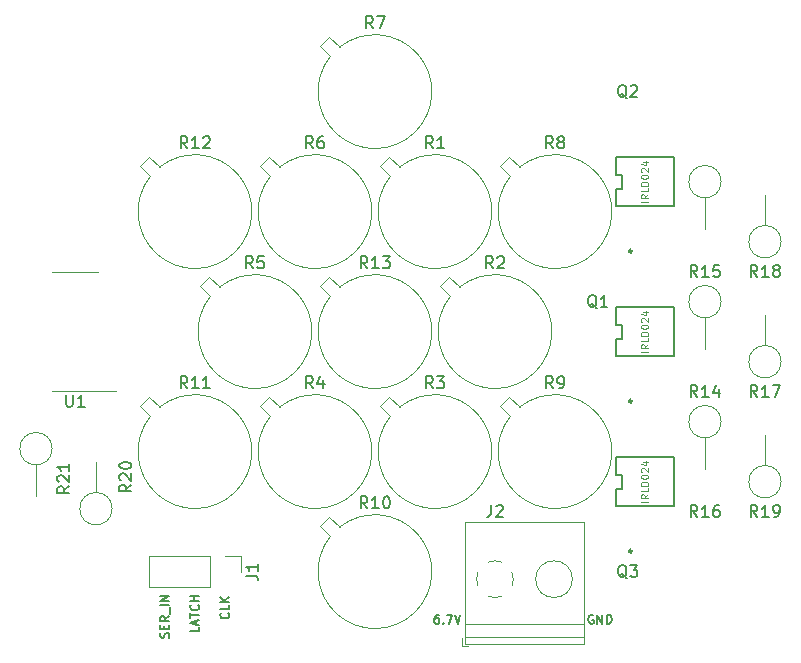
<source format=gbr>
%TF.GenerationSoftware,KiCad,Pcbnew,(6.0.5)*%
%TF.CreationDate,2022-05-16T17:43:26-07:00*%
%TF.ProjectId,hawkeye_driver,6861776b-6579-4655-9f64-72697665722e,A*%
%TF.SameCoordinates,Original*%
%TF.FileFunction,Legend,Top*%
%TF.FilePolarity,Positive*%
%FSLAX46Y46*%
G04 Gerber Fmt 4.6, Leading zero omitted, Abs format (unit mm)*
G04 Created by KiCad (PCBNEW (6.0.5)) date 2022-05-16 17:43:26*
%MOMM*%
%LPD*%
G01*
G04 APERTURE LIST*
%ADD10C,0.187500*%
%ADD11C,0.150000*%
%ADD12C,0.125000*%
%ADD13C,0.120000*%
%ADD14C,0.250000*%
G04 APERTURE END LIST*
D10*
X124799285Y-116458857D02*
X124799285Y-116816000D01*
X124049285Y-116816000D01*
X124585000Y-116244571D02*
X124585000Y-115887428D01*
X124799285Y-116316000D02*
X124049285Y-116066000D01*
X124799285Y-115816000D01*
X124049285Y-115673142D02*
X124049285Y-115244571D01*
X124799285Y-115458857D02*
X124049285Y-115458857D01*
X124727857Y-114566000D02*
X124763571Y-114601714D01*
X124799285Y-114708857D01*
X124799285Y-114780285D01*
X124763571Y-114887428D01*
X124692142Y-114958857D01*
X124620714Y-114994571D01*
X124477857Y-115030285D01*
X124370714Y-115030285D01*
X124227857Y-114994571D01*
X124156428Y-114958857D01*
X124085000Y-114887428D01*
X124049285Y-114780285D01*
X124049285Y-114708857D01*
X124085000Y-114601714D01*
X124120714Y-114566000D01*
X124799285Y-114244571D02*
X124049285Y-114244571D01*
X124406428Y-114244571D02*
X124406428Y-113816000D01*
X124799285Y-113816000D02*
X124049285Y-113816000D01*
X122223571Y-117355714D02*
X122259285Y-117248571D01*
X122259285Y-117070000D01*
X122223571Y-116998571D01*
X122187857Y-116962857D01*
X122116428Y-116927142D01*
X122045000Y-116927142D01*
X121973571Y-116962857D01*
X121937857Y-116998571D01*
X121902142Y-117070000D01*
X121866428Y-117212857D01*
X121830714Y-117284285D01*
X121795000Y-117320000D01*
X121723571Y-117355714D01*
X121652142Y-117355714D01*
X121580714Y-117320000D01*
X121545000Y-117284285D01*
X121509285Y-117212857D01*
X121509285Y-117034285D01*
X121545000Y-116927142D01*
X121866428Y-116605714D02*
X121866428Y-116355714D01*
X122259285Y-116248571D02*
X122259285Y-116605714D01*
X121509285Y-116605714D01*
X121509285Y-116248571D01*
X122259285Y-115498571D02*
X121902142Y-115748571D01*
X122259285Y-115927142D02*
X121509285Y-115927142D01*
X121509285Y-115641428D01*
X121545000Y-115570000D01*
X121580714Y-115534285D01*
X121652142Y-115498571D01*
X121759285Y-115498571D01*
X121830714Y-115534285D01*
X121866428Y-115570000D01*
X121902142Y-115641428D01*
X121902142Y-115927142D01*
X122330714Y-115355714D02*
X122330714Y-114784285D01*
X122259285Y-114605714D02*
X121509285Y-114605714D01*
X122259285Y-114248571D02*
X121509285Y-114248571D01*
X122259285Y-113820000D01*
X121509285Y-113820000D01*
X145081714Y-115413285D02*
X144938857Y-115413285D01*
X144867428Y-115449000D01*
X144831714Y-115484714D01*
X144760285Y-115591857D01*
X144724571Y-115734714D01*
X144724571Y-116020428D01*
X144760285Y-116091857D01*
X144796000Y-116127571D01*
X144867428Y-116163285D01*
X145010285Y-116163285D01*
X145081714Y-116127571D01*
X145117428Y-116091857D01*
X145153142Y-116020428D01*
X145153142Y-115841857D01*
X145117428Y-115770428D01*
X145081714Y-115734714D01*
X145010285Y-115699000D01*
X144867428Y-115699000D01*
X144796000Y-115734714D01*
X144760285Y-115770428D01*
X144724571Y-115841857D01*
X145474571Y-116091857D02*
X145510285Y-116127571D01*
X145474571Y-116163285D01*
X145438857Y-116127571D01*
X145474571Y-116091857D01*
X145474571Y-116163285D01*
X145760285Y-115413285D02*
X146260285Y-115413285D01*
X145938857Y-116163285D01*
X146438857Y-115413285D02*
X146688857Y-116163285D01*
X146938857Y-115413285D01*
X127267857Y-115254428D02*
X127303571Y-115290142D01*
X127339285Y-115397285D01*
X127339285Y-115468714D01*
X127303571Y-115575857D01*
X127232142Y-115647285D01*
X127160714Y-115683000D01*
X127017857Y-115718714D01*
X126910714Y-115718714D01*
X126767857Y-115683000D01*
X126696428Y-115647285D01*
X126625000Y-115575857D01*
X126589285Y-115468714D01*
X126589285Y-115397285D01*
X126625000Y-115290142D01*
X126660714Y-115254428D01*
X127339285Y-114575857D02*
X127339285Y-114933000D01*
X126589285Y-114933000D01*
X127339285Y-114325857D02*
X126589285Y-114325857D01*
X127339285Y-113897285D02*
X126910714Y-114218714D01*
X126589285Y-113897285D02*
X127017857Y-114325857D01*
X158178571Y-115449000D02*
X158107142Y-115413285D01*
X158000000Y-115413285D01*
X157892857Y-115449000D01*
X157821428Y-115520428D01*
X157785714Y-115591857D01*
X157750000Y-115734714D01*
X157750000Y-115841857D01*
X157785714Y-115984714D01*
X157821428Y-116056142D01*
X157892857Y-116127571D01*
X158000000Y-116163285D01*
X158071428Y-116163285D01*
X158178571Y-116127571D01*
X158214285Y-116091857D01*
X158214285Y-115841857D01*
X158071428Y-115841857D01*
X158535714Y-116163285D02*
X158535714Y-115413285D01*
X158964285Y-116163285D01*
X158964285Y-115413285D01*
X159321428Y-116163285D02*
X159321428Y-115413285D01*
X159500000Y-115413285D01*
X159607142Y-115449000D01*
X159678571Y-115520428D01*
X159714285Y-115591857D01*
X159750000Y-115734714D01*
X159750000Y-115841857D01*
X159714285Y-115984714D01*
X159678571Y-116056142D01*
X159607142Y-116127571D01*
X159500000Y-116163285D01*
X159321428Y-116163285D01*
D11*
%TO.C,R17*%
X172077142Y-96972380D02*
X171743809Y-96496190D01*
X171505714Y-96972380D02*
X171505714Y-95972380D01*
X171886666Y-95972380D01*
X171981904Y-96020000D01*
X172029523Y-96067619D01*
X172077142Y-96162857D01*
X172077142Y-96305714D01*
X172029523Y-96400952D01*
X171981904Y-96448571D01*
X171886666Y-96496190D01*
X171505714Y-96496190D01*
X173029523Y-96972380D02*
X172458095Y-96972380D01*
X172743809Y-96972380D02*
X172743809Y-95972380D01*
X172648571Y-96115238D01*
X172553333Y-96210476D01*
X172458095Y-96258095D01*
X173362857Y-95972380D02*
X174029523Y-95972380D01*
X173600952Y-96972380D01*
%TO.C,U1*%
X113538095Y-96792380D02*
X113538095Y-97601904D01*
X113585714Y-97697142D01*
X113633333Y-97744761D01*
X113728571Y-97792380D01*
X113919047Y-97792380D01*
X114014285Y-97744761D01*
X114061904Y-97697142D01*
X114109523Y-97601904D01*
X114109523Y-96792380D01*
X115109523Y-97792380D02*
X114538095Y-97792380D01*
X114823809Y-97792380D02*
X114823809Y-96792380D01*
X114728571Y-96935238D01*
X114633333Y-97030476D01*
X114538095Y-97078095D01*
%TO.C,R14*%
X166997142Y-96972380D02*
X166663809Y-96496190D01*
X166425714Y-96972380D02*
X166425714Y-95972380D01*
X166806666Y-95972380D01*
X166901904Y-96020000D01*
X166949523Y-96067619D01*
X166997142Y-96162857D01*
X166997142Y-96305714D01*
X166949523Y-96400952D01*
X166901904Y-96448571D01*
X166806666Y-96496190D01*
X166425714Y-96496190D01*
X167949523Y-96972380D02*
X167378095Y-96972380D01*
X167663809Y-96972380D02*
X167663809Y-95972380D01*
X167568571Y-96115238D01*
X167473333Y-96210476D01*
X167378095Y-96258095D01*
X168806666Y-96305714D02*
X168806666Y-96972380D01*
X168568571Y-95924761D02*
X168330476Y-96639047D01*
X168949523Y-96639047D01*
%TO.C,R4*%
X134453333Y-96232380D02*
X134120000Y-95756190D01*
X133881904Y-96232380D02*
X133881904Y-95232380D01*
X134262857Y-95232380D01*
X134358095Y-95280000D01*
X134405714Y-95327619D01*
X134453333Y-95422857D01*
X134453333Y-95565714D01*
X134405714Y-95660952D01*
X134358095Y-95708571D01*
X134262857Y-95756190D01*
X133881904Y-95756190D01*
X135310476Y-95565714D02*
X135310476Y-96232380D01*
X135072380Y-95184761D02*
X134834285Y-95899047D01*
X135453333Y-95899047D01*
%TO.C,R2*%
X149693333Y-86072380D02*
X149360000Y-85596190D01*
X149121904Y-86072380D02*
X149121904Y-85072380D01*
X149502857Y-85072380D01*
X149598095Y-85120000D01*
X149645714Y-85167619D01*
X149693333Y-85262857D01*
X149693333Y-85405714D01*
X149645714Y-85500952D01*
X149598095Y-85548571D01*
X149502857Y-85596190D01*
X149121904Y-85596190D01*
X150074285Y-85167619D02*
X150121904Y-85120000D01*
X150217142Y-85072380D01*
X150455238Y-85072380D01*
X150550476Y-85120000D01*
X150598095Y-85167619D01*
X150645714Y-85262857D01*
X150645714Y-85358095D01*
X150598095Y-85500952D01*
X150026666Y-86072380D01*
X150645714Y-86072380D01*
%TO.C,R18*%
X172077142Y-86812380D02*
X171743809Y-86336190D01*
X171505714Y-86812380D02*
X171505714Y-85812380D01*
X171886666Y-85812380D01*
X171981904Y-85860000D01*
X172029523Y-85907619D01*
X172077142Y-86002857D01*
X172077142Y-86145714D01*
X172029523Y-86240952D01*
X171981904Y-86288571D01*
X171886666Y-86336190D01*
X171505714Y-86336190D01*
X173029523Y-86812380D02*
X172458095Y-86812380D01*
X172743809Y-86812380D02*
X172743809Y-85812380D01*
X172648571Y-85955238D01*
X172553333Y-86050476D01*
X172458095Y-86098095D01*
X173600952Y-86240952D02*
X173505714Y-86193333D01*
X173458095Y-86145714D01*
X173410476Y-86050476D01*
X173410476Y-86002857D01*
X173458095Y-85907619D01*
X173505714Y-85860000D01*
X173600952Y-85812380D01*
X173791428Y-85812380D01*
X173886666Y-85860000D01*
X173934285Y-85907619D01*
X173981904Y-86002857D01*
X173981904Y-86050476D01*
X173934285Y-86145714D01*
X173886666Y-86193333D01*
X173791428Y-86240952D01*
X173600952Y-86240952D01*
X173505714Y-86288571D01*
X173458095Y-86336190D01*
X173410476Y-86431428D01*
X173410476Y-86621904D01*
X173458095Y-86717142D01*
X173505714Y-86764761D01*
X173600952Y-86812380D01*
X173791428Y-86812380D01*
X173886666Y-86764761D01*
X173934285Y-86717142D01*
X173981904Y-86621904D01*
X173981904Y-86431428D01*
X173934285Y-86336190D01*
X173886666Y-86288571D01*
X173791428Y-86240952D01*
%TO.C,Q3*%
X161022261Y-112307619D02*
X160927023Y-112260000D01*
X160831785Y-112164761D01*
X160688928Y-112021904D01*
X160593690Y-111974285D01*
X160498452Y-111974285D01*
X160546071Y-112212380D02*
X160450833Y-112164761D01*
X160355595Y-112069523D01*
X160307976Y-111879047D01*
X160307976Y-111545714D01*
X160355595Y-111355238D01*
X160450833Y-111260000D01*
X160546071Y-111212380D01*
X160736547Y-111212380D01*
X160831785Y-111260000D01*
X160927023Y-111355238D01*
X160974642Y-111545714D01*
X160974642Y-111879047D01*
X160927023Y-112069523D01*
X160831785Y-112164761D01*
X160736547Y-112212380D01*
X160546071Y-112212380D01*
X161307976Y-111212380D02*
X161927023Y-111212380D01*
X161593690Y-111593333D01*
X161736547Y-111593333D01*
X161831785Y-111640952D01*
X161879404Y-111688571D01*
X161927023Y-111783809D01*
X161927023Y-112021904D01*
X161879404Y-112117142D01*
X161831785Y-112164761D01*
X161736547Y-112212380D01*
X161450833Y-112212380D01*
X161355595Y-112164761D01*
X161307976Y-112117142D01*
D12*
X162831428Y-105840000D02*
X162231428Y-105840000D01*
X162831428Y-105211428D02*
X162545714Y-105411428D01*
X162831428Y-105554285D02*
X162231428Y-105554285D01*
X162231428Y-105325714D01*
X162260000Y-105268571D01*
X162288571Y-105240000D01*
X162345714Y-105211428D01*
X162431428Y-105211428D01*
X162488571Y-105240000D01*
X162517142Y-105268571D01*
X162545714Y-105325714D01*
X162545714Y-105554285D01*
X162831428Y-104668571D02*
X162831428Y-104954285D01*
X162231428Y-104954285D01*
X162831428Y-104468571D02*
X162231428Y-104468571D01*
X162231428Y-104325714D01*
X162260000Y-104240000D01*
X162317142Y-104182857D01*
X162374285Y-104154285D01*
X162488571Y-104125714D01*
X162574285Y-104125714D01*
X162688571Y-104154285D01*
X162745714Y-104182857D01*
X162802857Y-104240000D01*
X162831428Y-104325714D01*
X162831428Y-104468571D01*
X162231428Y-103754285D02*
X162231428Y-103697142D01*
X162260000Y-103640000D01*
X162288571Y-103611428D01*
X162345714Y-103582857D01*
X162460000Y-103554285D01*
X162602857Y-103554285D01*
X162717142Y-103582857D01*
X162774285Y-103611428D01*
X162802857Y-103640000D01*
X162831428Y-103697142D01*
X162831428Y-103754285D01*
X162802857Y-103811428D01*
X162774285Y-103840000D01*
X162717142Y-103868571D01*
X162602857Y-103897142D01*
X162460000Y-103897142D01*
X162345714Y-103868571D01*
X162288571Y-103840000D01*
X162260000Y-103811428D01*
X162231428Y-103754285D01*
X162288571Y-103325714D02*
X162260000Y-103297142D01*
X162231428Y-103240000D01*
X162231428Y-103097142D01*
X162260000Y-103040000D01*
X162288571Y-103011428D01*
X162345714Y-102982857D01*
X162402857Y-102982857D01*
X162488571Y-103011428D01*
X162831428Y-103354285D01*
X162831428Y-102982857D01*
X162431428Y-102468571D02*
X162831428Y-102468571D01*
X162202857Y-102611428D02*
X162631428Y-102754285D01*
X162631428Y-102382857D01*
D11*
%TO.C,R9*%
X154773333Y-96232380D02*
X154440000Y-95756190D01*
X154201904Y-96232380D02*
X154201904Y-95232380D01*
X154582857Y-95232380D01*
X154678095Y-95280000D01*
X154725714Y-95327619D01*
X154773333Y-95422857D01*
X154773333Y-95565714D01*
X154725714Y-95660952D01*
X154678095Y-95708571D01*
X154582857Y-95756190D01*
X154201904Y-95756190D01*
X155249523Y-96232380D02*
X155440000Y-96232380D01*
X155535238Y-96184761D01*
X155582857Y-96137142D01*
X155678095Y-95994285D01*
X155725714Y-95803809D01*
X155725714Y-95422857D01*
X155678095Y-95327619D01*
X155630476Y-95280000D01*
X155535238Y-95232380D01*
X155344761Y-95232380D01*
X155249523Y-95280000D01*
X155201904Y-95327619D01*
X155154285Y-95422857D01*
X155154285Y-95660952D01*
X155201904Y-95756190D01*
X155249523Y-95803809D01*
X155344761Y-95851428D01*
X155535238Y-95851428D01*
X155630476Y-95803809D01*
X155678095Y-95756190D01*
X155725714Y-95660952D01*
%TO.C,Q2*%
X161022261Y-71667619D02*
X160927023Y-71620000D01*
X160831785Y-71524761D01*
X160688928Y-71381904D01*
X160593690Y-71334285D01*
X160498452Y-71334285D01*
X160546071Y-71572380D02*
X160450833Y-71524761D01*
X160355595Y-71429523D01*
X160307976Y-71239047D01*
X160307976Y-70905714D01*
X160355595Y-70715238D01*
X160450833Y-70620000D01*
X160546071Y-70572380D01*
X160736547Y-70572380D01*
X160831785Y-70620000D01*
X160927023Y-70715238D01*
X160974642Y-70905714D01*
X160974642Y-71239047D01*
X160927023Y-71429523D01*
X160831785Y-71524761D01*
X160736547Y-71572380D01*
X160546071Y-71572380D01*
X161355595Y-70667619D02*
X161403214Y-70620000D01*
X161498452Y-70572380D01*
X161736547Y-70572380D01*
X161831785Y-70620000D01*
X161879404Y-70667619D01*
X161927023Y-70762857D01*
X161927023Y-70858095D01*
X161879404Y-71000952D01*
X161307976Y-71572380D01*
X161927023Y-71572380D01*
D12*
X162831428Y-80440000D02*
X162231428Y-80440000D01*
X162831428Y-79811428D02*
X162545714Y-80011428D01*
X162831428Y-80154285D02*
X162231428Y-80154285D01*
X162231428Y-79925714D01*
X162260000Y-79868571D01*
X162288571Y-79840000D01*
X162345714Y-79811428D01*
X162431428Y-79811428D01*
X162488571Y-79840000D01*
X162517142Y-79868571D01*
X162545714Y-79925714D01*
X162545714Y-80154285D01*
X162831428Y-79268571D02*
X162831428Y-79554285D01*
X162231428Y-79554285D01*
X162831428Y-79068571D02*
X162231428Y-79068571D01*
X162231428Y-78925714D01*
X162260000Y-78840000D01*
X162317142Y-78782857D01*
X162374285Y-78754285D01*
X162488571Y-78725714D01*
X162574285Y-78725714D01*
X162688571Y-78754285D01*
X162745714Y-78782857D01*
X162802857Y-78840000D01*
X162831428Y-78925714D01*
X162831428Y-79068571D01*
X162231428Y-78354285D02*
X162231428Y-78297142D01*
X162260000Y-78240000D01*
X162288571Y-78211428D01*
X162345714Y-78182857D01*
X162460000Y-78154285D01*
X162602857Y-78154285D01*
X162717142Y-78182857D01*
X162774285Y-78211428D01*
X162802857Y-78240000D01*
X162831428Y-78297142D01*
X162831428Y-78354285D01*
X162802857Y-78411428D01*
X162774285Y-78440000D01*
X162717142Y-78468571D01*
X162602857Y-78497142D01*
X162460000Y-78497142D01*
X162345714Y-78468571D01*
X162288571Y-78440000D01*
X162260000Y-78411428D01*
X162231428Y-78354285D01*
X162288571Y-77925714D02*
X162260000Y-77897142D01*
X162231428Y-77840000D01*
X162231428Y-77697142D01*
X162260000Y-77640000D01*
X162288571Y-77611428D01*
X162345714Y-77582857D01*
X162402857Y-77582857D01*
X162488571Y-77611428D01*
X162831428Y-77954285D01*
X162831428Y-77582857D01*
X162431428Y-77068571D02*
X162831428Y-77068571D01*
X162202857Y-77211428D02*
X162631428Y-77354285D01*
X162631428Y-76982857D01*
D11*
%TO.C,R5*%
X129373333Y-86072380D02*
X129040000Y-85596190D01*
X128801904Y-86072380D02*
X128801904Y-85072380D01*
X129182857Y-85072380D01*
X129278095Y-85120000D01*
X129325714Y-85167619D01*
X129373333Y-85262857D01*
X129373333Y-85405714D01*
X129325714Y-85500952D01*
X129278095Y-85548571D01*
X129182857Y-85596190D01*
X128801904Y-85596190D01*
X130278095Y-85072380D02*
X129801904Y-85072380D01*
X129754285Y-85548571D01*
X129801904Y-85500952D01*
X129897142Y-85453333D01*
X130135238Y-85453333D01*
X130230476Y-85500952D01*
X130278095Y-85548571D01*
X130325714Y-85643809D01*
X130325714Y-85881904D01*
X130278095Y-85977142D01*
X130230476Y-86024761D01*
X130135238Y-86072380D01*
X129897142Y-86072380D01*
X129801904Y-86024761D01*
X129754285Y-85977142D01*
%TO.C,R21*%
X113820380Y-104528857D02*
X113344190Y-104862190D01*
X113820380Y-105100285D02*
X112820380Y-105100285D01*
X112820380Y-104719333D01*
X112868000Y-104624095D01*
X112915619Y-104576476D01*
X113010857Y-104528857D01*
X113153714Y-104528857D01*
X113248952Y-104576476D01*
X113296571Y-104624095D01*
X113344190Y-104719333D01*
X113344190Y-105100285D01*
X112915619Y-104147904D02*
X112868000Y-104100285D01*
X112820380Y-104005047D01*
X112820380Y-103766952D01*
X112868000Y-103671714D01*
X112915619Y-103624095D01*
X113010857Y-103576476D01*
X113106095Y-103576476D01*
X113248952Y-103624095D01*
X113820380Y-104195523D01*
X113820380Y-103576476D01*
X113820380Y-102624095D02*
X113820380Y-103195523D01*
X113820380Y-102909809D02*
X112820380Y-102909809D01*
X112963238Y-103005047D01*
X113058476Y-103100285D01*
X113106095Y-103195523D01*
%TO.C,Q1*%
X158482261Y-89447619D02*
X158387023Y-89400000D01*
X158291785Y-89304761D01*
X158148928Y-89161904D01*
X158053690Y-89114285D01*
X157958452Y-89114285D01*
X158006071Y-89352380D02*
X157910833Y-89304761D01*
X157815595Y-89209523D01*
X157767976Y-89019047D01*
X157767976Y-88685714D01*
X157815595Y-88495238D01*
X157910833Y-88400000D01*
X158006071Y-88352380D01*
X158196547Y-88352380D01*
X158291785Y-88400000D01*
X158387023Y-88495238D01*
X158434642Y-88685714D01*
X158434642Y-89019047D01*
X158387023Y-89209523D01*
X158291785Y-89304761D01*
X158196547Y-89352380D01*
X158006071Y-89352380D01*
X159387023Y-89352380D02*
X158815595Y-89352380D01*
X159101309Y-89352380D02*
X159101309Y-88352380D01*
X159006071Y-88495238D01*
X158910833Y-88590476D01*
X158815595Y-88638095D01*
D12*
X162831428Y-93140000D02*
X162231428Y-93140000D01*
X162831428Y-92511428D02*
X162545714Y-92711428D01*
X162831428Y-92854285D02*
X162231428Y-92854285D01*
X162231428Y-92625714D01*
X162260000Y-92568571D01*
X162288571Y-92540000D01*
X162345714Y-92511428D01*
X162431428Y-92511428D01*
X162488571Y-92540000D01*
X162517142Y-92568571D01*
X162545714Y-92625714D01*
X162545714Y-92854285D01*
X162831428Y-91968571D02*
X162831428Y-92254285D01*
X162231428Y-92254285D01*
X162831428Y-91768571D02*
X162231428Y-91768571D01*
X162231428Y-91625714D01*
X162260000Y-91540000D01*
X162317142Y-91482857D01*
X162374285Y-91454285D01*
X162488571Y-91425714D01*
X162574285Y-91425714D01*
X162688571Y-91454285D01*
X162745714Y-91482857D01*
X162802857Y-91540000D01*
X162831428Y-91625714D01*
X162831428Y-91768571D01*
X162231428Y-91054285D02*
X162231428Y-90997142D01*
X162260000Y-90940000D01*
X162288571Y-90911428D01*
X162345714Y-90882857D01*
X162460000Y-90854285D01*
X162602857Y-90854285D01*
X162717142Y-90882857D01*
X162774285Y-90911428D01*
X162802857Y-90940000D01*
X162831428Y-90997142D01*
X162831428Y-91054285D01*
X162802857Y-91111428D01*
X162774285Y-91140000D01*
X162717142Y-91168571D01*
X162602857Y-91197142D01*
X162460000Y-91197142D01*
X162345714Y-91168571D01*
X162288571Y-91140000D01*
X162260000Y-91111428D01*
X162231428Y-91054285D01*
X162288571Y-90625714D02*
X162260000Y-90597142D01*
X162231428Y-90540000D01*
X162231428Y-90397142D01*
X162260000Y-90340000D01*
X162288571Y-90311428D01*
X162345714Y-90282857D01*
X162402857Y-90282857D01*
X162488571Y-90311428D01*
X162831428Y-90654285D01*
X162831428Y-90282857D01*
X162431428Y-89768571D02*
X162831428Y-89768571D01*
X162202857Y-89911428D02*
X162631428Y-90054285D01*
X162631428Y-89682857D01*
D11*
%TO.C,R10*%
X139057142Y-106392380D02*
X138723809Y-105916190D01*
X138485714Y-106392380D02*
X138485714Y-105392380D01*
X138866666Y-105392380D01*
X138961904Y-105440000D01*
X139009523Y-105487619D01*
X139057142Y-105582857D01*
X139057142Y-105725714D01*
X139009523Y-105820952D01*
X138961904Y-105868571D01*
X138866666Y-105916190D01*
X138485714Y-105916190D01*
X140009523Y-106392380D02*
X139438095Y-106392380D01*
X139723809Y-106392380D02*
X139723809Y-105392380D01*
X139628571Y-105535238D01*
X139533333Y-105630476D01*
X139438095Y-105678095D01*
X140628571Y-105392380D02*
X140723809Y-105392380D01*
X140819047Y-105440000D01*
X140866666Y-105487619D01*
X140914285Y-105582857D01*
X140961904Y-105773333D01*
X140961904Y-106011428D01*
X140914285Y-106201904D01*
X140866666Y-106297142D01*
X140819047Y-106344761D01*
X140723809Y-106392380D01*
X140628571Y-106392380D01*
X140533333Y-106344761D01*
X140485714Y-106297142D01*
X140438095Y-106201904D01*
X140390476Y-106011428D01*
X140390476Y-105773333D01*
X140438095Y-105582857D01*
X140485714Y-105487619D01*
X140533333Y-105440000D01*
X140628571Y-105392380D01*
%TO.C,J1*%
X128782380Y-112093333D02*
X129496666Y-112093333D01*
X129639523Y-112140952D01*
X129734761Y-112236190D01*
X129782380Y-112379047D01*
X129782380Y-112474285D01*
X129782380Y-111093333D02*
X129782380Y-111664761D01*
X129782380Y-111379047D02*
X128782380Y-111379047D01*
X128925238Y-111474285D01*
X129020476Y-111569523D01*
X129068095Y-111664761D01*
%TO.C,R20*%
X119070380Y-104393857D02*
X118594190Y-104727190D01*
X119070380Y-104965285D02*
X118070380Y-104965285D01*
X118070380Y-104584333D01*
X118118000Y-104489095D01*
X118165619Y-104441476D01*
X118260857Y-104393857D01*
X118403714Y-104393857D01*
X118498952Y-104441476D01*
X118546571Y-104489095D01*
X118594190Y-104584333D01*
X118594190Y-104965285D01*
X118165619Y-104012904D02*
X118118000Y-103965285D01*
X118070380Y-103870047D01*
X118070380Y-103631952D01*
X118118000Y-103536714D01*
X118165619Y-103489095D01*
X118260857Y-103441476D01*
X118356095Y-103441476D01*
X118498952Y-103489095D01*
X119070380Y-104060523D01*
X119070380Y-103441476D01*
X118070380Y-102822428D02*
X118070380Y-102727190D01*
X118118000Y-102631952D01*
X118165619Y-102584333D01*
X118260857Y-102536714D01*
X118451333Y-102489095D01*
X118689428Y-102489095D01*
X118879904Y-102536714D01*
X118975142Y-102584333D01*
X119022761Y-102631952D01*
X119070380Y-102727190D01*
X119070380Y-102822428D01*
X119022761Y-102917666D01*
X118975142Y-102965285D01*
X118879904Y-103012904D01*
X118689428Y-103060523D01*
X118451333Y-103060523D01*
X118260857Y-103012904D01*
X118165619Y-102965285D01*
X118118000Y-102917666D01*
X118070380Y-102822428D01*
%TO.C,R19*%
X172077142Y-107132380D02*
X171743809Y-106656190D01*
X171505714Y-107132380D02*
X171505714Y-106132380D01*
X171886666Y-106132380D01*
X171981904Y-106180000D01*
X172029523Y-106227619D01*
X172077142Y-106322857D01*
X172077142Y-106465714D01*
X172029523Y-106560952D01*
X171981904Y-106608571D01*
X171886666Y-106656190D01*
X171505714Y-106656190D01*
X173029523Y-107132380D02*
X172458095Y-107132380D01*
X172743809Y-107132380D02*
X172743809Y-106132380D01*
X172648571Y-106275238D01*
X172553333Y-106370476D01*
X172458095Y-106418095D01*
X173505714Y-107132380D02*
X173696190Y-107132380D01*
X173791428Y-107084761D01*
X173839047Y-107037142D01*
X173934285Y-106894285D01*
X173981904Y-106703809D01*
X173981904Y-106322857D01*
X173934285Y-106227619D01*
X173886666Y-106180000D01*
X173791428Y-106132380D01*
X173600952Y-106132380D01*
X173505714Y-106180000D01*
X173458095Y-106227619D01*
X173410476Y-106322857D01*
X173410476Y-106560952D01*
X173458095Y-106656190D01*
X173505714Y-106703809D01*
X173600952Y-106751428D01*
X173791428Y-106751428D01*
X173886666Y-106703809D01*
X173934285Y-106656190D01*
X173981904Y-106560952D01*
%TO.C,R3*%
X144613333Y-96232380D02*
X144280000Y-95756190D01*
X144041904Y-96232380D02*
X144041904Y-95232380D01*
X144422857Y-95232380D01*
X144518095Y-95280000D01*
X144565714Y-95327619D01*
X144613333Y-95422857D01*
X144613333Y-95565714D01*
X144565714Y-95660952D01*
X144518095Y-95708571D01*
X144422857Y-95756190D01*
X144041904Y-95756190D01*
X144946666Y-95232380D02*
X145565714Y-95232380D01*
X145232380Y-95613333D01*
X145375238Y-95613333D01*
X145470476Y-95660952D01*
X145518095Y-95708571D01*
X145565714Y-95803809D01*
X145565714Y-96041904D01*
X145518095Y-96137142D01*
X145470476Y-96184761D01*
X145375238Y-96232380D01*
X145089523Y-96232380D01*
X144994285Y-96184761D01*
X144946666Y-96137142D01*
%TO.C,R15*%
X166997142Y-86812380D02*
X166663809Y-86336190D01*
X166425714Y-86812380D02*
X166425714Y-85812380D01*
X166806666Y-85812380D01*
X166901904Y-85860000D01*
X166949523Y-85907619D01*
X166997142Y-86002857D01*
X166997142Y-86145714D01*
X166949523Y-86240952D01*
X166901904Y-86288571D01*
X166806666Y-86336190D01*
X166425714Y-86336190D01*
X167949523Y-86812380D02*
X167378095Y-86812380D01*
X167663809Y-86812380D02*
X167663809Y-85812380D01*
X167568571Y-85955238D01*
X167473333Y-86050476D01*
X167378095Y-86098095D01*
X168854285Y-85812380D02*
X168378095Y-85812380D01*
X168330476Y-86288571D01*
X168378095Y-86240952D01*
X168473333Y-86193333D01*
X168711428Y-86193333D01*
X168806666Y-86240952D01*
X168854285Y-86288571D01*
X168901904Y-86383809D01*
X168901904Y-86621904D01*
X168854285Y-86717142D01*
X168806666Y-86764761D01*
X168711428Y-86812380D01*
X168473333Y-86812380D01*
X168378095Y-86764761D01*
X168330476Y-86717142D01*
%TO.C,J2*%
X149526666Y-106132380D02*
X149526666Y-106846666D01*
X149479047Y-106989523D01*
X149383809Y-107084761D01*
X149240952Y-107132380D01*
X149145714Y-107132380D01*
X149955238Y-106227619D02*
X150002857Y-106180000D01*
X150098095Y-106132380D01*
X150336190Y-106132380D01*
X150431428Y-106180000D01*
X150479047Y-106227619D01*
X150526666Y-106322857D01*
X150526666Y-106418095D01*
X150479047Y-106560952D01*
X149907619Y-107132380D01*
X150526666Y-107132380D01*
%TO.C,R1*%
X144613333Y-75912380D02*
X144280000Y-75436190D01*
X144041904Y-75912380D02*
X144041904Y-74912380D01*
X144422857Y-74912380D01*
X144518095Y-74960000D01*
X144565714Y-75007619D01*
X144613333Y-75102857D01*
X144613333Y-75245714D01*
X144565714Y-75340952D01*
X144518095Y-75388571D01*
X144422857Y-75436190D01*
X144041904Y-75436190D01*
X145565714Y-75912380D02*
X144994285Y-75912380D01*
X145280000Y-75912380D02*
X145280000Y-74912380D01*
X145184761Y-75055238D01*
X145089523Y-75150476D01*
X144994285Y-75198095D01*
%TO.C,R12*%
X123817142Y-75912380D02*
X123483809Y-75436190D01*
X123245714Y-75912380D02*
X123245714Y-74912380D01*
X123626666Y-74912380D01*
X123721904Y-74960000D01*
X123769523Y-75007619D01*
X123817142Y-75102857D01*
X123817142Y-75245714D01*
X123769523Y-75340952D01*
X123721904Y-75388571D01*
X123626666Y-75436190D01*
X123245714Y-75436190D01*
X124769523Y-75912380D02*
X124198095Y-75912380D01*
X124483809Y-75912380D02*
X124483809Y-74912380D01*
X124388571Y-75055238D01*
X124293333Y-75150476D01*
X124198095Y-75198095D01*
X125150476Y-75007619D02*
X125198095Y-74960000D01*
X125293333Y-74912380D01*
X125531428Y-74912380D01*
X125626666Y-74960000D01*
X125674285Y-75007619D01*
X125721904Y-75102857D01*
X125721904Y-75198095D01*
X125674285Y-75340952D01*
X125102857Y-75912380D01*
X125721904Y-75912380D01*
%TO.C,R11*%
X123817142Y-96232380D02*
X123483809Y-95756190D01*
X123245714Y-96232380D02*
X123245714Y-95232380D01*
X123626666Y-95232380D01*
X123721904Y-95280000D01*
X123769523Y-95327619D01*
X123817142Y-95422857D01*
X123817142Y-95565714D01*
X123769523Y-95660952D01*
X123721904Y-95708571D01*
X123626666Y-95756190D01*
X123245714Y-95756190D01*
X124769523Y-96232380D02*
X124198095Y-96232380D01*
X124483809Y-96232380D02*
X124483809Y-95232380D01*
X124388571Y-95375238D01*
X124293333Y-95470476D01*
X124198095Y-95518095D01*
X125721904Y-96232380D02*
X125150476Y-96232380D01*
X125436190Y-96232380D02*
X125436190Y-95232380D01*
X125340952Y-95375238D01*
X125245714Y-95470476D01*
X125150476Y-95518095D01*
%TO.C,R13*%
X139057142Y-86072380D02*
X138723809Y-85596190D01*
X138485714Y-86072380D02*
X138485714Y-85072380D01*
X138866666Y-85072380D01*
X138961904Y-85120000D01*
X139009523Y-85167619D01*
X139057142Y-85262857D01*
X139057142Y-85405714D01*
X139009523Y-85500952D01*
X138961904Y-85548571D01*
X138866666Y-85596190D01*
X138485714Y-85596190D01*
X140009523Y-86072380D02*
X139438095Y-86072380D01*
X139723809Y-86072380D02*
X139723809Y-85072380D01*
X139628571Y-85215238D01*
X139533333Y-85310476D01*
X139438095Y-85358095D01*
X140342857Y-85072380D02*
X140961904Y-85072380D01*
X140628571Y-85453333D01*
X140771428Y-85453333D01*
X140866666Y-85500952D01*
X140914285Y-85548571D01*
X140961904Y-85643809D01*
X140961904Y-85881904D01*
X140914285Y-85977142D01*
X140866666Y-86024761D01*
X140771428Y-86072380D01*
X140485714Y-86072380D01*
X140390476Y-86024761D01*
X140342857Y-85977142D01*
%TO.C,R8*%
X154773333Y-75912380D02*
X154440000Y-75436190D01*
X154201904Y-75912380D02*
X154201904Y-74912380D01*
X154582857Y-74912380D01*
X154678095Y-74960000D01*
X154725714Y-75007619D01*
X154773333Y-75102857D01*
X154773333Y-75245714D01*
X154725714Y-75340952D01*
X154678095Y-75388571D01*
X154582857Y-75436190D01*
X154201904Y-75436190D01*
X155344761Y-75340952D02*
X155249523Y-75293333D01*
X155201904Y-75245714D01*
X155154285Y-75150476D01*
X155154285Y-75102857D01*
X155201904Y-75007619D01*
X155249523Y-74960000D01*
X155344761Y-74912380D01*
X155535238Y-74912380D01*
X155630476Y-74960000D01*
X155678095Y-75007619D01*
X155725714Y-75102857D01*
X155725714Y-75150476D01*
X155678095Y-75245714D01*
X155630476Y-75293333D01*
X155535238Y-75340952D01*
X155344761Y-75340952D01*
X155249523Y-75388571D01*
X155201904Y-75436190D01*
X155154285Y-75531428D01*
X155154285Y-75721904D01*
X155201904Y-75817142D01*
X155249523Y-75864761D01*
X155344761Y-75912380D01*
X155535238Y-75912380D01*
X155630476Y-75864761D01*
X155678095Y-75817142D01*
X155725714Y-75721904D01*
X155725714Y-75531428D01*
X155678095Y-75436190D01*
X155630476Y-75388571D01*
X155535238Y-75340952D01*
%TO.C,R16*%
X166997142Y-107132380D02*
X166663809Y-106656190D01*
X166425714Y-107132380D02*
X166425714Y-106132380D01*
X166806666Y-106132380D01*
X166901904Y-106180000D01*
X166949523Y-106227619D01*
X166997142Y-106322857D01*
X166997142Y-106465714D01*
X166949523Y-106560952D01*
X166901904Y-106608571D01*
X166806666Y-106656190D01*
X166425714Y-106656190D01*
X167949523Y-107132380D02*
X167378095Y-107132380D01*
X167663809Y-107132380D02*
X167663809Y-106132380D01*
X167568571Y-106275238D01*
X167473333Y-106370476D01*
X167378095Y-106418095D01*
X168806666Y-106132380D02*
X168616190Y-106132380D01*
X168520952Y-106180000D01*
X168473333Y-106227619D01*
X168378095Y-106370476D01*
X168330476Y-106560952D01*
X168330476Y-106941904D01*
X168378095Y-107037142D01*
X168425714Y-107084761D01*
X168520952Y-107132380D01*
X168711428Y-107132380D01*
X168806666Y-107084761D01*
X168854285Y-107037142D01*
X168901904Y-106941904D01*
X168901904Y-106703809D01*
X168854285Y-106608571D01*
X168806666Y-106560952D01*
X168711428Y-106513333D01*
X168520952Y-106513333D01*
X168425714Y-106560952D01*
X168378095Y-106608571D01*
X168330476Y-106703809D01*
%TO.C,R7*%
X139533333Y-65752380D02*
X139200000Y-65276190D01*
X138961904Y-65752380D02*
X138961904Y-64752380D01*
X139342857Y-64752380D01*
X139438095Y-64800000D01*
X139485714Y-64847619D01*
X139533333Y-64942857D01*
X139533333Y-65085714D01*
X139485714Y-65180952D01*
X139438095Y-65228571D01*
X139342857Y-65276190D01*
X138961904Y-65276190D01*
X139866666Y-64752380D02*
X140533333Y-64752380D01*
X140104761Y-65752380D01*
%TO.C,R6*%
X134453333Y-75912380D02*
X134120000Y-75436190D01*
X133881904Y-75912380D02*
X133881904Y-74912380D01*
X134262857Y-74912380D01*
X134358095Y-74960000D01*
X134405714Y-75007619D01*
X134453333Y-75102857D01*
X134453333Y-75245714D01*
X134405714Y-75340952D01*
X134358095Y-75388571D01*
X134262857Y-75436190D01*
X133881904Y-75436190D01*
X135310476Y-74912380D02*
X135120000Y-74912380D01*
X135024761Y-74960000D01*
X134977142Y-75007619D01*
X134881904Y-75150476D01*
X134834285Y-75340952D01*
X134834285Y-75721904D01*
X134881904Y-75817142D01*
X134929523Y-75864761D01*
X135024761Y-75912380D01*
X135215238Y-75912380D01*
X135310476Y-75864761D01*
X135358095Y-75817142D01*
X135405714Y-75721904D01*
X135405714Y-75483809D01*
X135358095Y-75388571D01*
X135310476Y-75340952D01*
X135215238Y-75293333D01*
X135024761Y-75293333D01*
X134929523Y-75340952D01*
X134881904Y-75388571D01*
X134834285Y-75483809D01*
D13*
%TO.C,R17*%
X172720000Y-92610000D02*
X172720000Y-90000000D01*
X174090000Y-93980000D02*
G75*
G03*
X174090000Y-93980000I-1370000J0D01*
G01*
%TO.C,U1*%
X114300000Y-96500000D02*
X112350000Y-96500000D01*
X114300000Y-86380000D02*
X116250000Y-86380000D01*
X114300000Y-96500000D02*
X117750000Y-96500000D01*
X114300000Y-86380000D02*
X112350000Y-86380000D01*
%TO.C,R14*%
X167640000Y-90270000D02*
X167640000Y-92880000D01*
X169010000Y-88900000D02*
G75*
G03*
X169010000Y-88900000I-1370000J0D01*
G01*
%TO.C,R4*%
X130731961Y-96934144D02*
X129954144Y-97711961D01*
X129954144Y-97711961D02*
X130845098Y-98602916D01*
X131622916Y-97825098D02*
X130731961Y-96934144D01*
X130845326Y-98602629D02*
G75*
G03*
X131622916Y-97825098I3774674J-2997371D01*
G01*
%TO.C,R2*%
X145971961Y-86774144D02*
X145194144Y-87551961D01*
X145194144Y-87551961D02*
X146085098Y-88442916D01*
X146862916Y-87665098D02*
X145971961Y-86774144D01*
X146085326Y-88442629D02*
G75*
G03*
X146862916Y-87665098I3774674J-2997371D01*
G01*
%TO.C,R18*%
X172720000Y-82450000D02*
X172720000Y-79840000D01*
X174090000Y-83820000D02*
G75*
G03*
X174090000Y-83820000I-1370000J0D01*
G01*
D11*
%TO.C,Q3*%
X160610000Y-103540715D02*
X160610000Y-104739285D01*
X160610000Y-104739285D02*
X160110000Y-104739285D01*
X165010000Y-106237500D02*
X165010000Y-102042500D01*
X160110000Y-104739285D02*
X160110000Y-106237500D01*
X160110000Y-106237500D02*
X165010000Y-106237500D01*
X165010000Y-102042500D02*
X160110000Y-102042500D01*
X160110000Y-102042500D02*
X160110000Y-103540715D01*
X160110000Y-103540715D02*
X160610000Y-103540715D01*
D14*
X161465000Y-110017500D02*
G75*
G03*
X161465000Y-110017500I-125000J0D01*
G01*
D13*
%TO.C,R9*%
X151942916Y-97825098D02*
X151051961Y-96934144D01*
X151051961Y-96934144D02*
X150274144Y-97711961D01*
X150274144Y-97711961D02*
X151165098Y-98602916D01*
X151165326Y-98602629D02*
G75*
G03*
X151942916Y-97825098I3774674J-2997371D01*
G01*
D11*
%TO.C,Q2*%
X160610000Y-78140715D02*
X160610000Y-79339285D01*
X160110000Y-79339285D02*
X160110000Y-80837500D01*
X160110000Y-78140715D02*
X160610000Y-78140715D01*
X160610000Y-79339285D02*
X160110000Y-79339285D01*
X165010000Y-80837500D02*
X165010000Y-76642500D01*
X165010000Y-76642500D02*
X160110000Y-76642500D01*
X160110000Y-76642500D02*
X160110000Y-78140715D01*
X160110000Y-80837500D02*
X165010000Y-80837500D01*
D14*
X161465000Y-84617500D02*
G75*
G03*
X161465000Y-84617500I-125000J0D01*
G01*
D13*
%TO.C,R5*%
X124874144Y-87551961D02*
X125765098Y-88442916D01*
X125651961Y-86774144D02*
X124874144Y-87551961D01*
X126542916Y-87665098D02*
X125651961Y-86774144D01*
X125765326Y-88442629D02*
G75*
G03*
X126542916Y-87665098I3774674J-2997371D01*
G01*
%TO.C,R21*%
X110998000Y-102716000D02*
X110998000Y-105326000D01*
X112368000Y-101346000D02*
G75*
G03*
X112368000Y-101346000I-1370000J0D01*
G01*
D11*
%TO.C,Q1*%
X160110000Y-92039285D02*
X160110000Y-93537500D01*
X165010000Y-89342500D02*
X160110000Y-89342500D01*
X160110000Y-90840715D02*
X160610000Y-90840715D01*
X160110000Y-89342500D02*
X160110000Y-90840715D01*
X160610000Y-90840715D02*
X160610000Y-92039285D01*
X165010000Y-93537500D02*
X165010000Y-89342500D01*
X160610000Y-92039285D02*
X160110000Y-92039285D01*
X160110000Y-93537500D02*
X165010000Y-93537500D01*
D14*
X161465000Y-97317500D02*
G75*
G03*
X161465000Y-97317500I-125000J0D01*
G01*
D13*
%TO.C,R10*%
X136702916Y-107985098D02*
X135811961Y-107094144D01*
X135811961Y-107094144D02*
X135034144Y-107871961D01*
X135034144Y-107871961D02*
X135925098Y-108762916D01*
X135925326Y-108762629D02*
G75*
G03*
X136702916Y-107985098I3774674J-2997371D01*
G01*
%TO.C,J1*%
X127000000Y-110430000D02*
X128330000Y-110430000D01*
X125730000Y-110430000D02*
X125730000Y-113090000D01*
X128330000Y-110430000D02*
X128330000Y-111760000D01*
X125730000Y-113090000D02*
X120590000Y-113090000D01*
X120590000Y-110430000D02*
X120590000Y-113090000D01*
X125730000Y-110430000D02*
X120590000Y-110430000D01*
%TO.C,R20*%
X116078000Y-105056000D02*
X116078000Y-102446000D01*
X117448000Y-106426000D02*
G75*
G03*
X117448000Y-106426000I-1370000J0D01*
G01*
%TO.C,R19*%
X172720000Y-102770000D02*
X172720000Y-100160000D01*
X174090000Y-104140000D02*
G75*
G03*
X174090000Y-104140000I-1370000J0D01*
G01*
%TO.C,R3*%
X141782916Y-97825098D02*
X140891961Y-96934144D01*
X140114144Y-97711961D02*
X141005098Y-98602916D01*
X140891961Y-96934144D02*
X140114144Y-97711961D01*
X141005326Y-98602629D02*
G75*
G03*
X141782916Y-97825098I3774674J-2997371D01*
G01*
%TO.C,R15*%
X167640000Y-80110000D02*
X167640000Y-82720000D01*
X169010000Y-78740000D02*
G75*
G03*
X169010000Y-78740000I-1370000J0D01*
G01*
%TO.C,J2*%
X147300000Y-107535000D02*
X147300000Y-117855000D01*
X157420000Y-107535000D02*
X157420000Y-117855000D01*
X147300000Y-117295000D02*
X157420000Y-117295000D01*
X147060000Y-118095000D02*
X147560000Y-118095000D01*
X147300000Y-117855000D02*
X157420000Y-117855000D01*
X147060000Y-117355000D02*
X147060000Y-118095000D01*
X147300000Y-107535000D02*
X157420000Y-107535000D01*
X147300000Y-116195000D02*
X157420000Y-116195000D01*
X148428000Y-111787000D02*
G75*
G03*
X148427891Y-113002742I1432000J-608000D01*
G01*
X150468000Y-110963000D02*
G75*
G03*
X149252258Y-110962891I-608000J-1432000D01*
G01*
X149860000Y-113950000D02*
G75*
G03*
X150467587Y-113826385I0J1555000D01*
G01*
X149252000Y-113827000D02*
G75*
G03*
X149887011Y-113950493I607998J1431988D01*
G01*
X151292000Y-113003000D02*
G75*
G03*
X151292109Y-111787258I-1432003J607999D01*
G01*
X156415000Y-112395000D02*
G75*
G03*
X156415000Y-112395000I-1555000J0D01*
G01*
%TO.C,R1*%
X140891961Y-76614144D02*
X140114144Y-77391961D01*
X140114144Y-77391961D02*
X141005098Y-78282916D01*
X141782916Y-77505098D02*
X140891961Y-76614144D01*
X141005326Y-78282629D02*
G75*
G03*
X141782916Y-77505098I3774674J-2997371D01*
G01*
%TO.C,R12*%
X121462916Y-77505098D02*
X120571961Y-76614144D01*
X120571961Y-76614144D02*
X119794144Y-77391961D01*
X119794144Y-77391961D02*
X120685098Y-78282916D01*
X120685326Y-78282629D02*
G75*
G03*
X121462916Y-77505098I3774674J-2997371D01*
G01*
%TO.C,R11*%
X120571961Y-96934144D02*
X119794144Y-97711961D01*
X121462916Y-97825098D02*
X120571961Y-96934144D01*
X119794144Y-97711961D02*
X120685098Y-98602916D01*
X120685326Y-98602629D02*
G75*
G03*
X121462916Y-97825098I3774674J-2997371D01*
G01*
%TO.C,R13*%
X135034144Y-87551961D02*
X135925098Y-88442916D01*
X136702916Y-87665098D02*
X135811961Y-86774144D01*
X135811961Y-86774144D02*
X135034144Y-87551961D01*
X135925326Y-88442629D02*
G75*
G03*
X136702916Y-87665098I3774674J-2997371D01*
G01*
%TO.C,R8*%
X151942916Y-77505098D02*
X151051961Y-76614144D01*
X151051961Y-76614144D02*
X150274144Y-77391961D01*
X150274144Y-77391961D02*
X151165098Y-78282916D01*
X151165326Y-78282629D02*
G75*
G03*
X151942916Y-77505098I3774674J-2997371D01*
G01*
%TO.C,R16*%
X167640000Y-100430000D02*
X167640000Y-103040000D01*
X169010000Y-99060000D02*
G75*
G03*
X169010000Y-99060000I-1370000J0D01*
G01*
%TO.C,R7*%
X135811961Y-66454144D02*
X135034144Y-67231961D01*
X135034144Y-67231961D02*
X135925098Y-68122916D01*
X136702916Y-67345098D02*
X135811961Y-66454144D01*
X135925326Y-68122629D02*
G75*
G03*
X136702916Y-67345098I3774674J-2997371D01*
G01*
%TO.C,R6*%
X129954144Y-77391961D02*
X130845098Y-78282916D01*
X130731961Y-76614144D02*
X129954144Y-77391961D01*
X131622916Y-77505098D02*
X130731961Y-76614144D01*
X130845326Y-78282629D02*
G75*
G03*
X131622916Y-77505098I3774674J-2997371D01*
G01*
%TD*%
M02*

</source>
